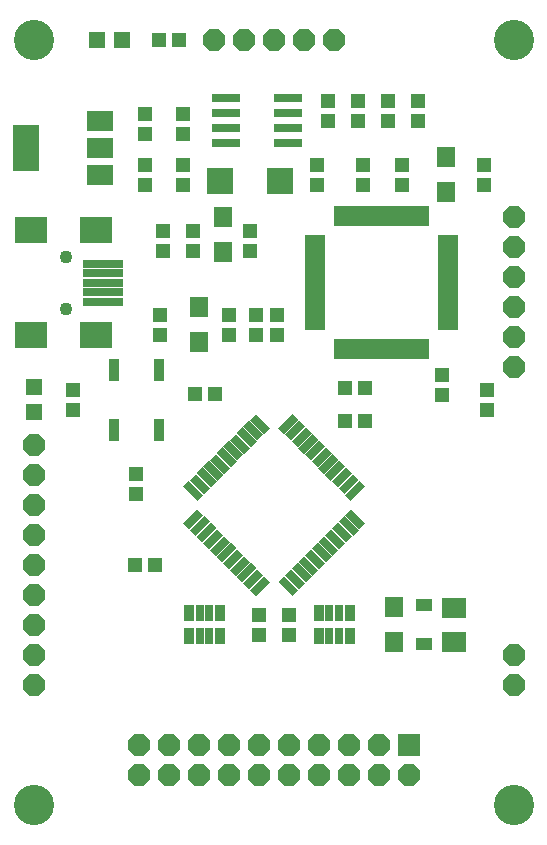
<source format=gts>
G75*
G70*
%OFA0B0*%
%FSLAX24Y24*%
%IPPOS*%
%LPD*%
%AMOC8*
5,1,8,0,0,1.08239X$1,22.5*
%
%ADD10C,0.1340*%
%ADD11R,0.0474X0.0513*%
%ADD12R,0.0513X0.0474*%
%ADD13R,0.0631X0.0710*%
%ADD14R,0.0946X0.0316*%
%ADD15R,0.0867X0.0671*%
%ADD16R,0.0867X0.1576*%
%ADD17OC8,0.0720*%
%ADD18R,0.0552X0.0552*%
%ADD19R,0.0880X0.0880*%
%ADD20R,0.0671X0.0277*%
%ADD21R,0.0277X0.0671*%
%ADD22R,0.0720X0.0720*%
%ADD23R,0.1064X0.0867*%
%ADD24R,0.1379X0.0277*%
%ADD25C,0.0434*%
%ADD26R,0.0186X0.0651*%
%ADD27R,0.0651X0.0186*%
%ADD28R,0.0380X0.0730*%
%ADD29R,0.0253X0.0533*%
%ADD30R,0.0328X0.0533*%
%ADD31R,0.0560X0.0438*%
%ADD32R,0.0790X0.0710*%
D10*
X001383Y001151D03*
X017383Y001151D03*
X017383Y026651D03*
X001383Y026651D03*
D11*
X005083Y024187D03*
X005083Y023518D03*
X005083Y022487D03*
X005083Y021818D03*
X006333Y021817D03*
X006333Y022486D03*
X006331Y023517D03*
X006331Y024186D03*
X006218Y026651D03*
X005548Y026651D03*
X008583Y020286D03*
X008583Y019617D03*
X008783Y017486D03*
X008783Y016817D03*
X007883Y016817D03*
X007883Y017486D03*
X010814Y021817D03*
X010814Y022486D03*
X012351Y022486D03*
X012351Y021817D03*
X013651Y021817D03*
X013651Y022486D03*
X016383Y022484D03*
X016383Y021815D03*
X014981Y015486D03*
X014981Y014817D03*
X016483Y014987D03*
X016483Y014318D03*
X009883Y007486D03*
X009883Y006817D03*
D12*
X008883Y006817D03*
X008883Y007486D03*
X005418Y009151D03*
X004748Y009151D03*
X004783Y011517D03*
X004783Y012186D03*
X002683Y014317D03*
X002683Y014986D03*
X005583Y016817D03*
X005583Y017486D03*
X005683Y019617D03*
X005683Y020286D03*
X006683Y020286D03*
X006683Y019617D03*
X009483Y017484D03*
X009483Y016815D03*
X007418Y014851D03*
X006748Y014851D03*
X011748Y015050D03*
X012418Y015050D03*
X012418Y013951D03*
X011748Y013951D03*
X012183Y023948D03*
X012183Y024617D03*
X011183Y024617D03*
X011183Y023948D03*
X013183Y023948D03*
X013183Y024617D03*
X014183Y024617D03*
X014183Y023948D03*
D13*
X015101Y022742D03*
X015101Y021561D03*
X007683Y020742D03*
X007683Y019561D03*
X006883Y017742D03*
X006883Y016561D03*
X013383Y007742D03*
X013383Y006561D03*
D14*
X009838Y023201D03*
X009838Y023701D03*
X009838Y024201D03*
X009838Y024701D03*
X007791Y024701D03*
X007791Y024201D03*
X007791Y023701D03*
X007791Y023201D03*
D15*
X003592Y023051D03*
X003592Y022146D03*
X003592Y023957D03*
D16*
X001111Y023051D03*
D17*
X007383Y026651D03*
X008383Y026651D03*
X009383Y026651D03*
X010383Y026651D03*
X011383Y026651D03*
X017383Y020751D03*
X017383Y019751D03*
X017383Y018751D03*
X017383Y017751D03*
X017383Y016751D03*
X017383Y015751D03*
X017383Y006151D03*
X017383Y005151D03*
X013883Y002151D03*
X012883Y002151D03*
X012883Y003151D03*
X011883Y003151D03*
X011883Y002151D03*
X010883Y002151D03*
X010883Y003151D03*
X009883Y003151D03*
X009883Y002151D03*
X008883Y002151D03*
X008883Y003151D03*
X007883Y003151D03*
X007883Y002151D03*
X006883Y002151D03*
X006883Y003151D03*
X005883Y003151D03*
X005883Y002151D03*
X004883Y002151D03*
X004883Y003151D03*
X001383Y005151D03*
X001383Y006151D03*
X001383Y007151D03*
X001383Y008151D03*
X001383Y009151D03*
X001383Y010151D03*
X001383Y011151D03*
X001383Y012151D03*
X001383Y013151D03*
D18*
X001383Y014238D03*
X001383Y015065D03*
X003470Y026651D03*
X004296Y026651D03*
D19*
X007583Y021951D03*
X009583Y021951D03*
D20*
G36*
X009522Y013713D02*
X009995Y014186D01*
X010190Y013991D01*
X009717Y013518D01*
X009522Y013713D01*
G37*
G36*
X009745Y013490D02*
X010218Y013963D01*
X010413Y013768D01*
X009940Y013295D01*
X009745Y013490D01*
G37*
G36*
X009968Y013267D02*
X010441Y013740D01*
X010636Y013545D01*
X010163Y013072D01*
X009968Y013267D01*
G37*
G36*
X010190Y013044D02*
X010663Y013517D01*
X010858Y013322D01*
X010385Y012849D01*
X010190Y013044D01*
G37*
G36*
X010413Y012822D02*
X010886Y013295D01*
X011081Y013100D01*
X010608Y012627D01*
X010413Y012822D01*
G37*
G36*
X010636Y012599D02*
X011109Y013072D01*
X011304Y012877D01*
X010831Y012404D01*
X010636Y012599D01*
G37*
G36*
X010858Y012376D02*
X011331Y012849D01*
X011526Y012654D01*
X011053Y012181D01*
X010858Y012376D01*
G37*
G36*
X011081Y012154D02*
X011554Y012627D01*
X011749Y012432D01*
X011276Y011959D01*
X011081Y012154D01*
G37*
G36*
X011304Y011931D02*
X011777Y012404D01*
X011972Y012209D01*
X011499Y011736D01*
X011304Y011931D01*
G37*
G36*
X011527Y011708D02*
X012000Y012181D01*
X012195Y011986D01*
X011722Y011513D01*
X011527Y011708D01*
G37*
G36*
X011749Y011485D02*
X012222Y011958D01*
X012417Y011763D01*
X011944Y011290D01*
X011749Y011485D01*
G37*
G36*
X008576Y008312D02*
X009049Y008785D01*
X009244Y008590D01*
X008771Y008117D01*
X008576Y008312D01*
G37*
G36*
X008353Y008535D02*
X008826Y009008D01*
X009021Y008813D01*
X008548Y008340D01*
X008353Y008535D01*
G37*
G36*
X008130Y008757D02*
X008603Y009230D01*
X008798Y009035D01*
X008325Y008562D01*
X008130Y008757D01*
G37*
G36*
X007908Y008980D02*
X008381Y009453D01*
X008576Y009258D01*
X008103Y008785D01*
X007908Y008980D01*
G37*
G36*
X007685Y009203D02*
X008158Y009676D01*
X008353Y009481D01*
X007880Y009008D01*
X007685Y009203D01*
G37*
G36*
X007462Y009425D02*
X007935Y009898D01*
X008130Y009703D01*
X007657Y009230D01*
X007462Y009425D01*
G37*
G36*
X007239Y009648D02*
X007712Y010121D01*
X007907Y009926D01*
X007434Y009453D01*
X007239Y009648D01*
G37*
G36*
X007017Y009871D02*
X007490Y010344D01*
X007685Y010149D01*
X007212Y009676D01*
X007017Y009871D01*
G37*
G36*
X006794Y010093D02*
X007267Y010566D01*
X007462Y010371D01*
X006989Y009898D01*
X006794Y010093D01*
G37*
G36*
X006571Y010316D02*
X007044Y010789D01*
X007239Y010594D01*
X006766Y010121D01*
X006571Y010316D01*
G37*
G36*
X006349Y010539D02*
X006822Y011012D01*
X007017Y010817D01*
X006544Y010344D01*
X006349Y010539D01*
G37*
D21*
G36*
X006349Y011763D02*
X006544Y011958D01*
X007017Y011485D01*
X006822Y011290D01*
X006349Y011763D01*
G37*
G36*
X006571Y011986D02*
X006766Y012181D01*
X007239Y011708D01*
X007044Y011513D01*
X006571Y011986D01*
G37*
G36*
X006794Y012209D02*
X006989Y012404D01*
X007462Y011931D01*
X007267Y011736D01*
X006794Y012209D01*
G37*
G36*
X007017Y012432D02*
X007212Y012627D01*
X007685Y012154D01*
X007490Y011959D01*
X007017Y012432D01*
G37*
G36*
X007239Y012654D02*
X007434Y012849D01*
X007907Y012376D01*
X007712Y012181D01*
X007239Y012654D01*
G37*
G36*
X007462Y012877D02*
X007657Y013072D01*
X008130Y012599D01*
X007935Y012404D01*
X007462Y012877D01*
G37*
G36*
X007685Y013100D02*
X007880Y013295D01*
X008353Y012822D01*
X008158Y012627D01*
X007685Y013100D01*
G37*
G36*
X007908Y013322D02*
X008103Y013517D01*
X008576Y013044D01*
X008381Y012849D01*
X007908Y013322D01*
G37*
G36*
X008130Y013545D02*
X008325Y013740D01*
X008798Y013267D01*
X008603Y013072D01*
X008130Y013545D01*
G37*
G36*
X008353Y013768D02*
X008548Y013963D01*
X009021Y013490D01*
X008826Y013295D01*
X008353Y013768D01*
G37*
G36*
X008576Y013991D02*
X008771Y014186D01*
X009244Y013713D01*
X009049Y013518D01*
X008576Y013991D01*
G37*
G36*
X011081Y010149D02*
X011276Y010344D01*
X011749Y009871D01*
X011554Y009676D01*
X011081Y010149D01*
G37*
G36*
X010858Y009926D02*
X011053Y010121D01*
X011526Y009648D01*
X011331Y009453D01*
X010858Y009926D01*
G37*
G36*
X010636Y009703D02*
X010831Y009898D01*
X011304Y009425D01*
X011109Y009230D01*
X010636Y009703D01*
G37*
G36*
X010413Y009481D02*
X010608Y009676D01*
X011081Y009203D01*
X010886Y009008D01*
X010413Y009481D01*
G37*
G36*
X010190Y009258D02*
X010385Y009453D01*
X010858Y008980D01*
X010663Y008785D01*
X010190Y009258D01*
G37*
G36*
X009968Y009035D02*
X010163Y009230D01*
X010636Y008757D01*
X010441Y008562D01*
X009968Y009035D01*
G37*
G36*
X009745Y008813D02*
X009940Y009008D01*
X010413Y008535D01*
X010218Y008340D01*
X009745Y008813D01*
G37*
G36*
X009522Y008590D02*
X009717Y008785D01*
X010190Y008312D01*
X009995Y008117D01*
X009522Y008590D01*
G37*
G36*
X011304Y010371D02*
X011499Y010566D01*
X011972Y010093D01*
X011777Y009898D01*
X011304Y010371D01*
G37*
G36*
X011527Y010594D02*
X011722Y010789D01*
X012195Y010316D01*
X012000Y010121D01*
X011527Y010594D01*
G37*
G36*
X011749Y010817D02*
X011944Y011012D01*
X012417Y010539D01*
X012222Y010344D01*
X011749Y010817D01*
G37*
D22*
X013883Y003151D03*
D23*
X003442Y016799D03*
X001277Y016799D03*
X001277Y020303D03*
X003442Y020303D03*
D24*
X003678Y019181D03*
X003678Y018866D03*
X003678Y018551D03*
X003678Y018236D03*
X003678Y017921D03*
D25*
X002458Y017685D03*
X002458Y019417D03*
D26*
X011475Y020766D03*
X011672Y020766D03*
X011869Y020766D03*
X012066Y020766D03*
X012263Y020766D03*
X012459Y020766D03*
X012656Y020766D03*
X012853Y020766D03*
X013050Y020766D03*
X013247Y020766D03*
X013444Y020766D03*
X013640Y020766D03*
X013837Y020766D03*
X014034Y020766D03*
X014231Y020766D03*
X014428Y020766D03*
X014428Y016337D03*
X014231Y016337D03*
X014034Y016337D03*
X013837Y016337D03*
X013640Y016337D03*
X013444Y016337D03*
X013247Y016337D03*
X013050Y016337D03*
X012853Y016337D03*
X012656Y016337D03*
X012459Y016337D03*
X012263Y016337D03*
X012066Y016337D03*
X011869Y016337D03*
X011672Y016337D03*
X011475Y016337D03*
D27*
X010737Y017075D03*
X010737Y017272D03*
X010737Y017469D03*
X010737Y017665D03*
X010737Y017862D03*
X010737Y018059D03*
X010737Y018256D03*
X010737Y018453D03*
X010737Y018650D03*
X010737Y018846D03*
X010737Y019043D03*
X010737Y019240D03*
X010737Y019437D03*
X010737Y019634D03*
X010737Y019831D03*
X010737Y020028D03*
X015166Y020028D03*
X015166Y019831D03*
X015166Y019634D03*
X015166Y019437D03*
X015166Y019240D03*
X015166Y019043D03*
X015166Y018846D03*
X015166Y018650D03*
X015166Y018453D03*
X015166Y018256D03*
X015166Y018059D03*
X015166Y017862D03*
X015166Y017665D03*
X015166Y017469D03*
X015166Y017272D03*
X015166Y017075D03*
D28*
X005533Y015651D03*
X005533Y013651D03*
X004033Y013651D03*
X004033Y015651D03*
D29*
X006901Y007535D03*
X007215Y007535D03*
X007215Y006767D03*
X006901Y006767D03*
X011226Y006767D03*
X011540Y006767D03*
X011540Y007535D03*
X011226Y007535D03*
D30*
X010873Y007535D03*
X010873Y006767D03*
X011893Y006767D03*
X011893Y007535D03*
X007568Y007535D03*
X007568Y006767D03*
X006548Y006767D03*
X006548Y007535D03*
D31*
X014383Y007795D03*
X014383Y006507D03*
D32*
X015383Y006591D03*
X015383Y007711D03*
M02*

</source>
